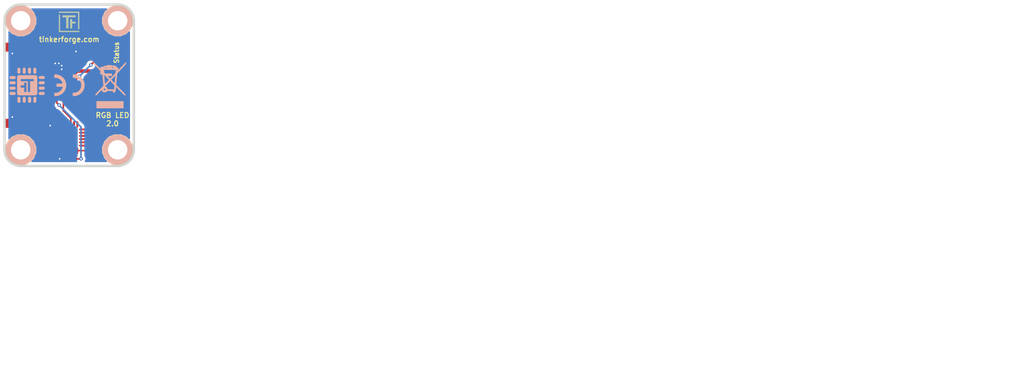
<source format=kicad_pcb>
(kicad_pcb (version 20211014) (generator pcbnew)
  (title_block (title "RGB LED Bricklet") (date "2018-06-27") (rev "2.0") (company "Tinkerforge GmbH") (comment 1 "Licensed under CERN OHL v.1.1") (comment 2 "Copyright (©) 2018, L.Lauer <lukas@tinkerforge.com>"))
  (layers (0 "F.Cu" signal "Vorderseite") (31 "B.Cu" signal "Rückseite") (34 "B.Paste" user) (35 "F.Paste" user) (36 "B.SilkS" user "B.Silkscreen") (37 "F.SilkS" user "F.Silkscreen") (38 "B.Mask" user) (39 "F.Mask" user) (44 "Edge.Cuts" user))
  (net 0 "")
  (net 1 "GND")
  (net 2 "VCC")
  (net 3 "Net-(P1-Pad6)")
  (net 4 "Net-(C1-Pad1)")
  (net 5 "Net-(D1-Pad2)")
  (net 6 "Net-(D2-Pad3)")
  (net 7 "Net-(D2-Pad1)")
  (net 8 "Net-(D2-Pad2)")
  (net 9 "Net-(P1-Pad1)")
  (net 10 "Net-(P1-Pad4)")
  (net 11 "Net-(P1-Pad5)")
  (net 12 "Net-(P2-Pad1)")
  (net 13 "Net-(P3-Pad2)")
  (net 14 "R")
  (net 15 "G")
  (net 16 "Net-(R3-Pad1)")
  (net 17 "B")
  (net 18 "S-MISO")
  (net 19 "S-MOSI")
  (net 20 "S-CLK")
  (net 21 "S-CS")
  (net 22 "Net-(U1-Pad3)")
  (net 23 "Net-(U1-Pad4)")
  (net 24 "Net-(U1-Pad5)")
  (net 25 "Net-(U1-Pad6)")
  (net 26 "Net-(U1-Pad11)")
  (net 27 "Net-(U1-Pad16)")
  (net 28 "Net-(U1-Pad18)")
  (net 29 "Net-(U1-Pad19)")
  (net 30 "Net-(U1-Pad20)")
  (net 31 "Net-(U1-Pad8)")
  (net 32 "Net-(U1-Pad17)")
  (net 33 "Net-(U1-Pad15)")
  (footprint "kicad-libraries:DRILL_NP" (layer "F.Cu") (at 142.8 128.1 90)
    (fp_text reference "U3" hide)
    (fp_text value "DRILL" hide)
    (pad "" np_thru_hole circle locked (at 0 0 90) (size 2.99974 2.99974) (drill 2.99974) (layers *.Cu *.Mask "F.SilkS") (clearance 0.89916))
  )
  (footprint "kicad-libraries:DRILL_NP" (layer "F.Cu") (at 127.8 128.1 90)
    (fp_text reference "U4" hide)
    (fp_text value "DRILL" hide)
    (pad "" np_thru_hole circle locked (at 0 0 90) (size 2.99974 2.99974) (drill 2.99974) (layers *.Cu *.Mask "F.SilkS") (clearance 0.89916))
  )
  (footprint "kicad-libraries:DRILL_NP" (layer "F.Cu") (at 142.8 108.1)
    (fp_text reference "U5" hide)
    (fp_text value "DRILL" hide)
    (pad "" np_thru_hole circle locked (at 0 0) (size 2.99974 2.99974) (drill 2.99974) (layers *.Cu *.Mask "F.SilkS") (clearance 0.89916))
  )
  (footprint "kicad-libraries:Logo_31x31" (layer "F.Cu") (at 133.7 106.7)
    (fp_text reference "G***" hide)
    (fp_text value "Logo_31x31" hide)
  )
  (footprint "kicad-libraries:Fiducial_Mark" (layer "F.Cu") (at 131.3 127.1)
    (fp_text reference "Fiducial_Mark" hide)
    (fp_text value "VAL**" hide)
    (pad "1" smd circle locked (at 0 0) (size 1.00076 1.00076) (layers "F.Cu" "F.Paste" "F.Mask") (clearance 0.65024))
  )
  (footprint "kicad-libraries:Fiducial_Mark" (layer "F.Cu") (at 131.8 108.1)
    (fp_text reference "Fiducial_Mark" hide)
    (fp_text value "VAL**" hide)
    (pad "1" smd circle locked (at 0 0) (size 1.00076 1.00076) (layers "F.Cu" "F.Paste" "F.Mask") (clearance 0.65024))
  )
  (footprint "kicad-libraries:Fiducial_Mark" (layer "F.Cu") (at 138.8 107.1)
    (fp_text reference "Fiducial_Mark" hide)
    (fp_text value "VAL**" hide)
    (pad "1" smd circle locked (at 0 0) (size 1.00076 1.00076) (layers "F.Cu" "F.Paste" "F.Mask") (clearance 0.65024))
  )
  (footprint "kicad-libraries:C0402F" (layer "F.Cu") (at 131.6 123.6 -45)
    (fp_text reference "C1")
    (fp_text value "220pF")
    (pad "1" smd rect locked (at -0.499999 0 315) (size 0.6 0.7) (layers "F.Cu" "F.Paste" "F.Mask") (net 4 "Net-(C1-Pad1)"))
    (pad "2" smd rect locked (at 0.499999 0 315) (size 0.6 0.7) (layers "F.Cu" "F.Paste" "F.Mask") (net 1 "GND"))
  )
  (footprint "kicad-libraries:C0805" (layer "F.Cu") (at 131.9 116.2 90)
    (fp_text reference "C3")
    (fp_text value "10uF")
    (pad "1" smd rect locked (at -1.00076 0 90) (size 1.00076 1.24968) (layers "F.Cu" "F.Paste" "F.Mask") (net 2 "VCC") (clearance 0.14986))
    (pad "2" smd rect locked (at 1.00076 0 90) (size 1.00076 1.24968) (layers "F.Cu" "F.Paste" "F.Mask") (net 1 "GND") (clearance 0.14986))
  )
  (footprint "kicad-libraries:C0603F" (layer "F.Cu") (at 133.4 116.2 90)
    (fp_text reference "C4")
    (fp_text value "1uF")
    (pad "1" smd rect locked (at -0.75 0 90) (size 0.9 0.9) (layers "F.Cu" "F.Paste" "F.Mask") (net 2 "VCC"))
    (pad "2" smd rect locked (at 0.75 0 90) (size 0.9 0.9) (layers "F.Cu" "F.Paste" "F.Mask") (net 1 "GND"))
  )
  (footprint "kicad-libraries:C0603F" (layer "F.Cu") (at 135.3 129.5 180)
    (fp_text reference "C5")
    (fp_text value "100nF")
    (pad "1" smd rect locked (at -0.75 0 180) (size 0.9 0.9) (layers "F.Cu" "F.Paste" "F.Mask") (net 2 "VCC"))
    (pad "2" smd rect locked (at 0.75 0 180) (size 0.9 0.9) (layers "F.Cu" "F.Paste" "F.Mask") (net 1 "GND"))
  )
  (footprint "kicad-libraries:D0603F" (layer "F.Cu") (at 143.73 113.05 90)
    (fp_text reference "D1")
    (fp_text value "blue")
    (pad "1" smd rect locked (at -0.75 0 90) (size 0.9 0.9) (layers "F.Cu" "F.Paste" "F.Mask") (net 2 "VCC"))
    (pad "2" smd rect locked (at 0.75 0 90) (size 0.9 0.9) (layers "F.Cu" "F.Paste" "F.Mask") (net 5 "Net-(D1-Pad2)"))
  )
  (footprint "kicad-libraries:PLCC6-RGB" (layer "F.Cu") (at 141.9 118.1 -90)
    (fp_text reference "D2")
    (fp_text value "QBLP679E-RGB")
    (pad "1" smd rect locked (at 2.2 1.8 270) (size 2 1.4) (layers "F.Cu" "F.Paste" "F.Mask") (net 7 "Net-(D2-Pad1)"))
    (pad "2" smd rect locked (at 2.2 0 270) (size 2 1) (layers "F.Cu" "F.Paste" "F.Mask") (net 8 "Net-(D2-Pad2)"))
    (pad "3" smd rect locked (at 2.2 -1.8 270) (size 2 1.4) (layers "F.Cu" "F.Paste" "F.Mask") (net 6 "Net-(D2-Pad3)"))
    (pad "4" smd rect locked (at -2.2 -1.8 270) (size 2 1.4) (layers "F.Cu" "F.Paste" "F.Mask") (net 2 "VCC"))
    (pad "5" smd rect locked (at -2.2 0 270) (size 2 1) (layers "F.Cu" "F.Paste" "F.Mask") (net 2 "VCC"))
    (pad "6" smd rect locked (at -2.2 1.8 270) (size 2 1.4) (layers "F.Cu" "F.Paste" "F.Mask") (net 2 "VCC"))
  )
  (footprint "kicad-libraries:CON-SENSOR2" (layer "F.Cu") (at 125.3 118.1 -90)
    (fp_text reference "P1")
    (fp_text value "CON-SENSOR2")
    (pad "1" smd rect locked (at -3.75 -4.6 270) (size 0.6 1.8) (layers "F.Cu" "F.Paste" "F.Mask") (net 9 "Net-(P1-Pad1)"))
    (pad "2" smd rect locked (at -2.5 -4.6 270) (size 0.6 1.8) (layers "F.Cu" "F.Paste" "F.Mask") (net 1 "GND"))
    (pad "3" smd rect locked (at -1.25 -4.6 270) (size 0.6 1.8) (layers "F.Cu" "F.Paste" "F.Mask") (net 2 "VCC"))
    (pad "4" smd rect locked (at 0 -4.6 270) (size 0.6 1.8) (layers "F.Cu" "F.Paste" "F.Mask") (net 10 "Net-(P1-Pad4)"))
    (pad "5" smd rect locked (at 1.25 -4.6 270) (size 0.6 1.8) (layers "F.Cu" "F.Paste" "F.Mask") (net 11 "Net-(P1-Pad5)"))
    (pad "6" smd rect locked (at 2.5 -4.6 270) (size 0.6 1.8) (layers "F.Cu" "F.Paste" "F.Mask") (net 3 "Net-(P1-Pad6)"))
    (pad "7" smd rect locked (at 3.75 -4.6 270) (size 0.6 1.8) (layers "F.Cu" "F.Paste" "F.Mask") (net 4 "Net-(C1-Pad1)"))
    (pad "EP" smd rect locked (at 5.9 -1.2 270) (size 1.4 2.4) (layers "F.Cu" "F.Paste" "F.Mask") (net 1 "GND"))
    (pad "EP" smd rect locked (at -5.9 -1.2 270) (size 1.4 2.4) (layers "F.Cu" "F.Paste" "F.Mask") (net 1 "GND"))
  )
  (footprint "kicad-libraries:DEBUG_PAD" (layer "F.Cu") (at 131.67 128.79)
    (fp_text reference "P2")
    (fp_text value "DEBUG")
    (pad "1" smd circle locked (at 0 0) (size 0.7 0.7) (layers "F.Cu" "F.Paste" "F.Mask") (net 12 "Net-(P2-Pad1)"))
  )
  (footprint "kicad-libraries:SolderJumper" (layer "F.Cu") (at 135.33 112.87 180)
    (fp_text reference "P3")
    (fp_text value "BOOT")
    (pad "1" smd rect locked (at -0.225 0.55 180) (size 0.95 0.3) (layers "F.Cu" "F.Mask") (net 1 "GND"))
    (pad "1" smd rect locked (at -0.5 0 180) (size 0.4 1.4) (layers "F.Cu" "F.Mask") (net 1 "GND"))
    (pad "1" smd rect locked (at -0.225 -0.55 180) (size 0.95 0.3) (layers "F.Cu" "F.Mask") (net 1 "GND"))
    (pad "2" smd rect locked (at 0.15 0 180) (size 0.6 0.5) (layers "F.Cu" "F.Mask") (net 13 "Net-(P3-Pad2)"))
    (pad "2" smd rect locked (at 0.55 0 180) (size 0.3 1.4) (layers "F.Cu" "F.Mask") (net 13 "Net-(P3-Pad2)"))
  )
  (footprint "kicad-libraries:R0603F" (layer "F.Cu") (at 135.5 120.6 90)
    (fp_text reference "R1")
    (fp_text value "91")
    (pad "1" smd rect locked (at -0.75 0 90) (size 0.9 0.9) (layers "F.Cu" "F.Paste" "F.Mask") (net 14 "R"))
    (pad "2" smd rect locked (at 0.75 0 90) (size 0.9 0.9) (layers "F.Cu" "F.Paste" "F.Mask") (net 6 "Net-(D2-Pad3)"))
  )
  (footprint "kicad-libraries:R0603F" (layer "F.Cu") (at 136.9 120.6 90)
    (fp_text reference "R2")
    (fp_text value "68")
    (pad "1" smd rect locked (at -0.75 0 90) (size 0.9 0.9) (layers "F.Cu" "F.Paste" "F.Mask") (net 15 "G"))
    (pad "2" smd rect locked (at 0.75 0 90) (size 0.9 0.9) (layers "F.Cu" "F.Paste" "F.Mask") (net 8 "Net-(D2-Pad2)"))
  )
  (footprint "kicad-libraries:R0603F" (layer "F.Cu") (at 140.08 112.29)
    (fp_text reference "R3")
    (fp_text value "1k")
    (pad "1" smd rect locked (at -0.75 0) (size 0.9 0.9) (layers "F.Cu" "F.Paste" "F.Mask") (net 16 "Net-(R3-Pad1)"))
    (pad "2" smd rect locked (at 0.75 0) (size 0.9 0.9) (layers "F.Cu" "F.Paste" "F.Mask") (net 5 "Net-(D1-Pad2)"))
  )
  (footprint "kicad-libraries:R0603F" (layer "F.Cu") (at 138.3 120.6 90)
    (fp_text reference "R4")
    (fp_text value "22")
    (pad "1" smd rect locked (at -0.75 0 90) (size 0.9 0.9) (layers "F.Cu" "F.Paste" "F.Mask") (net 17 "B"))
    (pad "2" smd rect locked (at 0.75 0 90) (size 0.9 0.9) (layers "F.Cu" "F.Paste" "F.Mask") (net 7 "Net-(D2-Pad1)"))
  )
  (footprint "kicad-libraries:4X0402" (layer "F.Cu") (at 132.8 122.4 -135)
    (fp_text reference "RP1")
    (fp_text value "82")
    (pad "1" smd rect locked (at -0.749301 0.575 45) (size 0.29972 0.65) (layers "F.Cu" "F.Paste" "F.Mask") (net 10 "Net-(P1-Pad4)"))
    (pad "2" smd rect locked (at -0.24892 0.574999 45) (size 0.29972 0.65) (layers "F.Cu" "F.Paste" "F.Mask") (net 11 "Net-(P1-Pad5)"))
    (pad "3" smd rect locked (at 0.24892 0.574999 45) (size 0.29972 0.65) (layers "F.Cu" "F.Paste" "F.Mask") (net 3 "Net-(P1-Pad6)"))
    (pad "4" smd rect locked (at 0.749301 0.575 45) (size 0.29972 0.65) (layers "F.Cu" "F.Paste" "F.Mask") (net 4 "Net-(C1-Pad1)"))
    (pad "5" smd rect locked (at 0.749301 -0.575 225) (size 0.29972 0.65) (layers "F.Cu" "F.Paste" "F.Mask") (net 18 "S-MISO"))
    (pad "6" smd rect locked (at 0.24892 -0.574999 225) (size 0.29972 0.65) (layers "F.Cu" "F.Paste" "F.Mask") (net 19 "S-MOSI"))
    (pad "7" smd rect locked (at -0.24892 -0.574999 225) (size 0.29972 0.65) (layers "F.Cu" "F.Paste" "F.Mask") (net 20 "S-CLK"))
    (pad "8" smd rect locked (at -0.749301 -0.575 225) (size 0.29972 0.65) (layers "F.Cu" "F.Paste" "F.Mask") (net 21 "S-CS"))
  )
  (footprint "kicad-libraries:QFN24-4x4mm-0.5mm" (layer "F.Cu") (at 135.3 126.2)
    (fp_text reference "U1")
    (fp_text value "XMC1100")
    (pad "1" smd oval locked (at -2.025 -1.25) (size 1 0.3) (layers "F.Cu" "F.Paste" "F.Mask") (net 18 "S-MISO"))
    (pad "2" smd oval locked (at -2.025 -0.75) (size 1 0.3) (layers "F.Cu" "F.Paste" "F.Mask") (net 13 "Net-(P3-Pad2)"))
    (pad "3" smd oval locked (at -2.025 -0.25) (size 1 0.3) (layers "F.Cu" "F.Paste" "F.Mask") (net 22 "Net-(U1-Pad3)"))
    (pad "4" smd oval locked (at -2.025 0.25) (size 1 0.3) (layers "F.Cu" "F.Paste" "F.Mask") (net 23 "Net-(U1-Pad4)"))
    (pad "5" smd oval locked (at -2.025 0.75) (size 1 0.3) (layers "F.Cu" "F.Paste" "F.Mask") (net 24 "Net-(U1-Pad5)"))
    (pad "6" smd oval locked (at -2.025 1.25) (size 1 0.3) (layers "F.Cu" "F.Paste" "F.Mask") (net 25 "Net-(U1-Pad6)"))
    (pad "7" smd oval locked (at -1.25 2.025 90) (size 1 0.3) (layers "F.Cu" "F.Paste" "F.Mask") (net 12 "Net-(P2-Pad1)"))
    (pad "8" smd oval locked (at -0.75 2.025 90) (size 1 0.3) (layers "F.Cu" "F.Paste" "F.Mask") (net 31 "Net-(U1-Pad8)"))
    (pad "9" smd oval locked (at -0.25 2.025 90) (size 1 0.3) (layers "F.Cu" "F.Paste" "F.Mask") (net 1 "GND"))
    (pad "10" smd oval locked (at 0.25 2.025 90) (size 1 0.3) (layers "F.Cu" "F.Paste" "F.Mask") (net 2 "VCC"))
    (pad "11" smd oval locked (at 0.75 2.025 90) (size 1 0.3) (layers "F.Cu" "F.Paste" "F.Mask") (net 26 "Net-(U1-Pad11)"))
    (pad "12" smd oval locked (at 1.25 2.025 90) (size 1 0.3) (layers "F.Cu" "F.Paste" "F.Mask") (net 17 "B"))
    (pad "13" smd oval locked (at 2.025 1.25) (size 1 0.3) (layers "F.Cu" "F.Paste" "F.Mask") (net 15 "G"))
    (pad "14" smd oval locked (at 2.025 0.75) (size 1 0.3) (layers "F.Cu" "F.Paste" "F.Mask") (net 14 "R"))
    (pad "15" smd oval locked (at 2.025 0.25) (size 1 0.3) (layers "F.Cu" "F.Paste" "F.Mask") (net 33 "Net-(U1-Pad15)"))
    (pad "16" smd oval locked (at 2.025 -0.25) (size 1 0.3) (layers "F.Cu" "F.Paste" "F.Mask") (net 27 "Net-(U1-Pad16)"))
    (pad "17" smd oval locked (at 2.025 -0.75) (size 1 0.3) (layers "F.Cu" "F.Paste" "F.Mask") (net 32 "Net-(U1-Pad17)"))
    (pad "18" smd oval locked (at 2.025 -1.25) (size 1 0.3) (layers "F.Cu" "F.Paste" "F.Mask") (net 28 "Net-(U1-Pad18)"))
    (pad "19" smd oval locked (at 1.25 -2.025 90) (size 1 0.3) (layers "F.Cu" "F.Paste" "F.Mask") (net 29 "Net-(U1-Pad19)"))
    (pad "20" smd oval locked (at 0.75 -2.025 90) (size 1 0.3) (layers "F.Cu" "F.Paste" "F.Mask") (net 30 "Net-(U1-Pad20)"))
    (pad "21" smd oval locked (at 0.25 -2.025 90) (size 1 0.3) (layers "F.Cu" "F.Paste" "F.Mask") (net 16 "Net-(R3-Pad1)"))
    (pad "22" smd oval locked (at -0.25 -2.025 90) (size 1 0.3) (layers "F.Cu" "F.Paste" "F.Mask") (net 21 "S-CS"))
    (pad "23" smd oval locked (at -0.75 -2.025 90) (size 1 0.3) (layers "F.Cu" "F.Paste" "F.Mask") (net 20 "S-CLK"))
    (pad "24" smd oval locked (at -1.25 -2.025 90) (size 1 0.3) (layers "F.Cu" "F.Paste" "F.Mask") (net 19 "S-MOSI"))
    (pad "EXP" smd rect locked (at -0.65 -0.65) (size 1.3 1.3) (layers "F.Cu" "F.Paste" "F.Mask") (net 1 "GND"))
    (pad "EXP" smd rect locked (at -0.65 0.65) (size 1.3 1.3) (layers "F.Cu" "F.Paste" "F.Mask") (net 1 "GND"))
    (pad "EXP" smd rect locked (at 0.65 -0.65) (size 1.3 1.3) (layers "F.Cu" "F.Paste" "F.Mask") (net 1 "GND"))
    (pad "EXP" smd rect locked (at 0.65 0.65) (size 1.3 1.3) (layers "F.Cu" "F.Paste" "F.Mask") (net 1 "GND"))
  )
  (footprint "kicad-libraries:DRILL_NP" (layer "F.Cu") (at 127.8 108.1)
    (fp_text reference "U6" hide)
    (fp_text value "DRILL" hide)
    (pad "" np_thru_hole circle locked (at 0 0) (size 2.99974 2.99974) (drill 2.99974) (layers *.Cu *.Mask "F.SilkS") (clearance 0.89916))
  )
  (footprint "kicad-libraries:Logo_CoMCU" (layer "B.Cu") (at 128.8 118.1 180)
    (fp_text reference "G***" hide)
    (fp_text value "LOGO" hide)
  )
  (footprint "kicad-libraries:WEEE_7mm" (layer "B.Cu") (at 141.6 118.1 180)
    (fp_text reference "VAL" hide)
    (fp_text value "WEEE_7mm" hide)
  )
  (footprint "kicad-libraries:CE_5mm" (layer "B.Cu") (at 135.3 118.1 180)
    (fp_text reference "VAL" hide)
    (fp_text value "CE_5mm" hide)
  )
  (gr_arc (start 127.8 130.6) (mid 126.032233 129.867767) (end 125.3 128.1) (layer "Edge.Cuts") (width 0.381))
  (gr_arc (start 142.8 105.6) (mid 144.567767 106.332233) (end 145.3 108.1) (layer "Edge.Cuts") (width 0.381))
  (gr_line (start 142.8 105.6) (end 127.8 105.6) (layer "Edge.Cuts") (width 0.381))
  (gr_line (start 127.8 130.6) (end 142.8 130.6) (layer "Edge.Cuts") (width 0.381))
  (gr_arc (start 145.3 128.1) (mid 144.567767 129.867767) (end 142.8 130.6) (layer "Edge.Cuts") (width 0.381))
  (gr_line (start 125.3 108.1) (end 125.3 128.1) (layer "Edge.Cuts") (width 0.381))
  (gr_line (start 145.3 128.1) (end 145.3 108.1) (layer "Edge.Cuts") (width 0.381))
  (gr_arc (start 125.3 108.1) (mid 126.032233 106.332233) (end 127.8 105.6) (layer "Edge.Cuts") (width 0.381))
  (gr_text "RGB LED\n2.0" (at 142 123.4) (layer "F.SilkS") (effects (font (size 0.8001 0.8001) (thickness 0.14986))))
  (gr_text "tinkerforge.com" (at 135.3 111) (layer "F.SilkS") (effects (font (size 0.8001 0.8001) (thickness 0.14986))))
  (gr_text "Status" (at 142.63 113.05 90) (layer "F.SilkS") (effects (font (size 0.7 0.7))))
  (segment (start 130.9 115.6) (end 131.30076 115.19924) (width 0.5) (layer "F.Cu") (net 1))
  (segment (start 131.30076 115.19924) (end 131.9 115.19924) (width 0.5) (layer "F.Cu") (net 1))
  (segment (start 132.51924 115.19924) (end 132.77 115.45) (width 0.55) (layer "F.Cu") (net 1))
  (segment (start 132.77 115.45) (end 133.4 115.45) (width 0.55) (layer "F.Cu") (net 1))
  (segment (start 133.4 114.98) (end 133.14 114.72) (width 0.55) (layer "F.Cu") (net 1))
  (segment (start 133.4 115.01) (end 133.7 114.71) (width 0.55) (layer "F.Cu") (net 1))
  (segment (start 133.76 115.45) (end 134.14 115.07) (width 0.55) (layer "F.Cu") (net 1))
  (segment (start 133.96 115.45) (end 134.14 115.63) (width 0.55) (layer "F.Cu") (net 1))
  (segment (start 133.78 114.71) (end 134.14 115.07) (width 0.55) (layer "F.Cu") (net 1))
  (segment (start 133.15 114.71) (end 133.14 114.72) (width 0.55) (layer "F.Cu") (net 1))
  (segment (start 133.58 115.63) (end 133.4 115.45) (width 0.55) (layer "F.Cu") (net 1))
  (segment (start 134.65 126.85) (end 135.95 126.85) (width 0.55) (layer "F.Cu") (net 1))
  (segment (start 135.95 126.85) (end 135.95 125.55) (width 0.55) (layer "F.Cu") (net 1))
  (segment (start 135.95 125.55) (end 134.65 125.55) (width 0.55) (layer "F.Cu") (net 1))
  (segment (start 135.05 129) (end 134.55 129.5) (width 0.25) (layer "F.Cu") (net 1))
  (segment (start 135.05 127.25) (end 134.65 126.85) (width 0.25) (layer "F.Cu") (net 1))
  (segment (start 135.71 112.32) (end 135.83 112.44) (width 0.25) (layer "F.Cu") (net 1))
  (segment (start 135.83 112.44) (end 135.83 112.87) (width 0.25) (layer "F.Cu") (net 1))
  (segment (start 135.83 113.32) (end 135.73 113.42) (width 0.25) (layer "F.Cu") (net 1))
  (segment (start 135.73 113.42) (end 135.39 113.42) (width 0.25) (layer "F.Cu") (net 1))
  (segment (start 135.39 113.42) (end 135.555 113.42) (width 0.25) (layer "F.Cu") (net 1))
  (segment (start 133.4 114.98) (end 133.4 115.45) (width 0.55) (layer "F.Cu") (net 1))
  (segment (start 135.05 128.225) (end 135.05 129) (width 0.25) (layer "F.Cu") (net 1))
  (segment (start 135.555 112.32) (end 135.71 112.32) (width 0.25) (layer "F.Cu") (net 1))
  (segment (start 134.14 115.63) (end 134.14 115.07) (width 0.55) (layer "F.Cu") (net 1))
  (segment (start 134.65 125.55) (end 134.65 126.85) (width 0.55) (layer "F.Cu") (net 1))
  (segment (start 135.05 128.225) (end 135.05 127.25) (width 0.25) (layer "F.Cu") (net 1))
  (segment (start 135.83 112.87) (end 135.83 113.32) (width 0.25) (layer "F.Cu") (net 1))
  (segment (start 126.5 124) (end 126.5 123.02) (width 0.55) (layer "F.Cu") (net 1))
  (segment (start 129.9 115.6) (end 130.9 115.6) (width 0.5) (layer "F.Cu") (net 1))
  (segment (start 126.5 112.2) (end 126.5 113.18) (width 0.55) (layer "F.Cu") (net 1))
  (segment (start 133.7 114.71) (end 133.78 114.71) (width 0.55) (layer "F.Cu") (net 1))
  (segment (start 133.96 115.45) (end 133.4 115.45) (width 0.55) (layer "F.Cu") (net 1))
  (segment (start 134.55 129.5) (end 133.82 129.5) (width 0.55) (layer "F.Cu") (net 1))
  (segment (start 134.14 115.63) (end 133.58 115.63) (width 0.55) (layer "F.Cu") (net 1))
  (segment (start 131.953553 123.953553) (end 132.36 124.36) (width 0.55) (layer "F.Cu") (net 1))
  (segment (start 133.4 115.45) (end 133.4 115.01) (width 0.55) (layer "F.Cu") (net 1))
  (segment (start 135.83 112.87) (end 136.34 112.87) (width 0.25) (layer "F.Cu") (net 1))
  (segment (start 133.7 114.71) (end 133.15 114.71) (width 0.55) (layer "F.Cu") (net 1))
  (segment (start 131.9 115.19924) (end 132.51924 115.19924) (width 0.55) (layer "F.Cu") (net 1))
  (via (at 126.5 113.18) (size 0.55) (drill 0.25) (layers "F.Cu" "B.Cu") (net 1))
  (via (at 133.14 114.72) (size 0.55) (drill 0.25) (layers "F.Cu" "B.Cu") (net 1))
  (via (at 126.5 123.02) (size 0.55) (drill 0.25) (layers "F.Cu" "B.Cu") (net 1))
  (via (at 134.14 115.63) (size 0.55) (drill 0.25) (layers "F.Cu" "B.Cu") (net 1))
  (via (at 133.82 129.5) (size 0.55) (drill 0.25) (layers "F.Cu" "B.Cu") (net 1))
  (via (at 136.34 112.87) (size 0.55) (drill 0.25) (layers "F.Cu" "B.Cu") (net 1))
  (via (at 134.14 115.07) (size 0.55) (drill 0.25) (layers "F.Cu" "B.Cu") (net 1))
  (via (at 132.36 124.36) (size 0.55) (drill 0.25) (layers "F.Cu" "B.Cu") (net 1))
  (via (at 133.7 114.71) (size 0.55) (drill 0.25) (layers "F.Cu" "B.Cu") (net 1))
  (segment (start 130.89 116.85) (end 131.24076 117.20076) (width 0.55) (layer "F.Cu") (net 2))
  (segment (start 131.24076 117.20076) (end 131.9 117.20076) (width 0.55) (layer "F.Cu") (net 2))
  (segment (start 132.55924 117.20076) (end 132.81 116.95) (width 0.55) (layer "F.Cu") (net 2))
  (segment (start 132.81 116.95) (end 133.4 116.95) (width 0.55) (layer "F.Cu") (net 2))
  (segment (start 135.49 116.95) (end 136.54 115.9) (width 0.55) (layer "F.Cu") (net 2))
  (segment (start 136.54 115.9) (end 141.9 115.9) (width 0.55) (layer "F.Cu") (net 2))
  (segment (start 141.9 115.9) (end 143.7 115.9) (width 0.55) (layer "F.Cu") (net 2))
  (segment (start 135.55 129) (end 136.05 129.5) (width 0.25) (layer "F.Cu") (net 2))
  (segment (start 143.7 113.83) (end 143.73 113.8) (width 0.25) (layer "F.Cu") (net 2))
  (segment (start 133.4 120.84) (end 133.74 121.18) (width 0.25) (layer "F.Cu") (net 2))
  (segment (start 137.13 129.49) (end 137.12 129.5) (width 0.25) (layer "F.Cu") (net 2))
  (segment (start 137.12 129.5) (end 136.05 129.5) (width 0.25) (layer "F.Cu") (net 2))
  (segment (start 133.4 116.95) (end 133.4 120.84) (width 0.25) (layer "F.Cu") (net 2))
  (segment (start 143.7 115.9) (end 143.7 113.83) (width 0.25) (layer "F.Cu") (net 2))
  (segment (start 133.4 116.95) (end 135.49 116.95) (width 0.55) (layer "F.Cu") (net 2))
  (segment (start 129.9 116.85) (end 130.89 116.85) (width 0.55) (layer "F.Cu") (net 2))
  (segment (start 131.9 117.20076) (end 132.55924 117.20076) (width 0.55) (layer "F.Cu") (net 2))
  (segment (start 135.55 128.225) (end 135.55 129) (width 0.25) (layer "F.Cu") (net 2))
  (segment (start 141.9 115.9) (end 140.1 115.9) (width 0.55) (layer "F.Cu") (net 2))
  (via (at 133.74 121.18) (size 0.55) (drill 0.25) (layers "F.Cu" "B.Cu") (net 2))
  (via (at 137.13 129.49) (size 0.55) (drill 0.25) (layers "F.Cu" "B.Cu") (net 2))
  (segment (start 133.74 121.18) (end 137.13 124.57) (width 0.25) (layer "B.Cu") (net 2))
  (segment (start 137.13 124.57) (end 137.13 129.49) (width 0.25) (layer "B.Cu") (net 2))
  (segment (start 130.8 120.6) (end 131.1 120.9) (width 0.2) (layer "F.Cu") (net 3))
  (segment (start 131.1 120.9) (end 131.1 121.052026) (width 0.2) (layer "F.Cu") (net 3))
  (segment (start 131.1 121.052026) (end 132.217401 122.169427) (width 0.2) (layer "F.Cu") (net 3))
  (segment (start 129.9 120.6) (end 130.647974 120.6) (width 0.2) (layer "F.Cu") (net 3))
  (segment (start 129.9 120.6) (end 130.8 120.6) (width 0.2) (layer "F.Cu") (net 3))
  (segment (start 129.9 121.9) (end 131.246447 123.246447) (width 0.2) (layer "F.Cu") (net 4))
  (segment (start 131.246447 123.14038) (end 131.863578 122.523249) (width 0.2) (layer "F.Cu") (net 4))
  (segment (start 131.246447 123.246447) (end 131.246447 123.14038) (width 0.2) (layer "F.Cu") (net 4))
  (segment (start 129.9 121.85) (end 129.9 121.9) (width 0.2) (layer "F.Cu") (net 4))
  (segment (start 140.84 112.3) (end 140.83 112.29) (width 0.25) (layer "F.Cu") (net 5))
  (segment (start 143.73 112.3) (end 140.84 112.3) (width 0.25) (layer "F.Cu") (net 5))
  (segment (start 135.5 118.9) (end 136.8 117.6) (width 0.29972) (layer "F.Cu") (net 6))
  (segment (start 136.8 117.6) (end 142.8 117.6) (width 0.29972) (layer "F.Cu") (net 6))
  (segment (start 142.8 117.6) (end 143.7 118.5) (width 0.29972) (layer "F.Cu") (net 6))
  (segment (start 143.7 118.5) (end 143.7 120.3) (width 0.29972) (layer "F.Cu") (net 6))
  (segment (start 135.5 119.85) (end 135.5 118.9) (width 0.29972) (layer "F.Cu") (net 6))
  (segment (start 138.3 119.1) (end 138.8 118.6) (width 0.29972) (layer "F.Cu") (net 7))
  (segment (start 138.8 118.6) (end 139.8 118.6) (width 0.29972) (layer "F.Cu") (net 7))
  (segment (start 139.8 118.6) (end 140.1 118.9) (width 0.29972) (layer "F.Cu") (net 7))
  (segment (start 140.1 118.9) (end 140.1 120.3) (width 0.29972) (layer "F.Cu") (net 7))
  (segment (start 138.3 119.85) (end 138.3 119.1) (width 0.29972) (layer "F.Cu") (net 7))
  (segment (start 136.9 119.1) (end 137.9 118.1) (width 0.29972) (layer "F.Cu") (net 8))
  (segment (start 137.9 118.1) (end 141.2 118.1) (width 0.29972) (layer "F.Cu") (net 8))
  (segment (start 141.2 118.1) (end 141.9 118.8) (width 0.29972) (layer "F.Cu") (net 8))
  (segment (start 141.9 118.8) (end 141.9 120.3) (width 0.29972) (layer "F.Cu") (net 8))
  (segment (start 136.9 119.85) (end 136.9 119.1) (width 0.29972) (layer "F.Cu") (net 8))
  (segment (start 131.2 118.1) (end 131.9 118.8) (width 0.2) (layer "F.Cu") (net 10))
  (segment (start 131.9 118.8) (end 131.9 120.440329) (width 0.2) (layer "F.Cu") (net 10))
  (segment (start 131.9 120.440329) (end 132.923249 121.463578) (width 0.2) (layer "F.Cu") (net 10))
  (segment (start 129.9 118.1) (end 131.2 118.1) (width 0.2) (layer "F.Cu") (net 10))
  (segment (start 130.75 119.35) (end 131.4 120) (width 0.2) (layer "F.Cu") (net 11))
  (segment (start 131.4 120) (end 131.4 120.647974) (width 0.2) (layer "F.Cu") (net 11))
  (segment (start 131.4 120.647974) (end 132.569427 121.817401) (width 0.2) (layer "F.Cu") (net 11))
  (segment (start 129.9 119.35) (end 130.75 119.35) (width 0.2) (layer "F.Cu") (net 11))
  (segment (start 133.405 128.225) (end 132.84 128.79) (width 0.25) (layer "F.Cu") (net 12))
  (segment (start 132.84 128.79) (end 131.67 128.79) (width 0.25) (layer "F.Cu") (net 12))
  (segment (start 134.05 128.225) (end 133.405 128.225) (width 0.25) (layer "F.Cu") (net 12))
  (segment (start 131.66 125.45) (end 128.13 121.92) (width 0.25) (layer "F.Cu") (net 13))
  (segment (start 128.13 121.92) (end 128.13 114.39) (width 0.25) (layer "F.Cu") (net 13))
  (segment (start 128.13 114.39) (end 129.65 112.87) (width 0.25) (layer "F.Cu") (net 13))
  (segment (start 129.65 112.87) (end 134.78 112.87) (width 0.25) (layer "F.Cu") (net 13))
  (segment (start 133.275 125.45) (end 131.66 125.45) (width 0.25) (layer "F.Cu") (net 13))
  (segment (start 134.78 112.87) (end 135.18 112.87) (width 0.25) (layer "F.Cu") (net 13))
  (segment (start 135.5 121.7) (end 136.3 122.5) (width 0.25) (layer "F.Cu") (net 14))
  (segment (start 136.3 122.5) (end 136.7 122.5) (width 0.25) (layer "F.Cu") (net 14))
  (segment (start 136.7 122.5) (end 138.5 124.3) (width 0.25) (layer "F.Cu") (net 14))
  (segment (start 138.5 124.3) (end 138.5 126.6) (width 0.25) (layer "F.Cu") (net 14))
  (segment (start 138.5 126.6) (end 138.15 126.95) (width 0.25) (layer "F.Cu") (net 14))
  (segment (start 138.15 126.95) (end 137.325 126.95) (width 0.25) (layer "F.Cu") (net 14))
  (segment (start 135.5 121.35) (end 135.5 121.7) (width 0.25) (layer "F.Cu") (net 14))
  (segment (start 136.9 121.9) (end 138.9 123.9) (width 0.25) (layer "F.Cu") (net 15))
  (segment (start 138.9 123.9) (end 138.9 127) (width 0.25) (layer "F.Cu") (net 15))
  (segment (start 138.9 127) (end 138.45 127.45) (width 0.25) (layer "F.Cu") (net 15))
  (segment (start 138.45 127.45) (end 137.325 127.45) (width 0.25) (layer "F.Cu") (net 15))
  (segment (start 136.9 121.35) (end 136.9 121.9) (width 0.25) (layer "F.Cu") (net 15))
  (segment (start 135.55 123.2) (end 134.39 122.04) (width 0.25) (layer "F.Cu") (net 16))
  (segment (start 134.39 122.04) (end 134.39 119.2) (width 0.25) (layer "F.Cu") (net 16))
  (segment (start 134.39 119.2) (end 136.89 116.7) (width 0.25) (layer "F.Cu") (net 16))
  (segment (start 138.64 114.96) (end 139.33 114.27) (width 0.25) (layer "F.Cu") (net 16))
  (segment (start 139.33 114.27) (end 139.33 112.29) (width 0.25) (layer "F.Cu") (net 16))
  (segment (start 135.55 124.175) (end 135.55 123.2) (width 0.25) (layer "F.Cu") (net 16))
  (via (at 138.64 114.96) (size 0.55) (drill 0.25) (layers "F.Cu" "B.Cu") (net 16))
  (via (at 136.89 116.7) (size 0.55) (drill 0.25) (layers "F.Cu" "B.Cu") (net 16))
  (segment (start 136.89 116.7) (end 138.63 114.96) (width 0.25) (layer "B.Cu") (net 16))
  (segment (start 138.63 114.96) (end 138.64 114.96) (width 0.25) (layer "B.Cu") (net 16))
  (segment (start 138.3 122.6) (end 139.3 123.6) (width 0.25) (layer "F.Cu") (net 17))
  (segment (start 139.3 123.6) (end 139.3 127.7) (width 0.25) (layer "F.Cu") (net 17))
  (segment (start 139.3 127.7) (end 138.775 128.225) (width 0.25) (layer "F.Cu") (net 17))
  (segment (start 138.775 128.225) (end 136.55 128.225) (width 0.25) (layer "F.Cu") (net 17))
  (segment (start 138.3 121.35) (end 138.3 122.6) (width 0.25) (layer "F.Cu") (net 17))
  (segment (start 133.275 123.934671) (end 132.676751 123.336422) (width 0.2) (layer "F.Cu") (net 18))
  (segment (start 133.275 124.95) (end 133.275 123.934671) (width 0.2) (layer "F.Cu") (net 18))
  (segment (start 134.05 123.85) (end 133.8 123.6) (width 0.2) (layer "F.Cu") (net 19))
  (segment (start 133.8 123.6) (end 133.647974 123.6) (width 0.2) (layer "F.Cu") (net 19))
  (segment (start 133.647974 123.6) (end 133.030573 122.982599) (width 0.2) (layer "F.Cu") (net 19))
  (segment (start 134.05 124.175) (end 134.05 123.85) (width 0.2) (layer "F.Cu") (net 19))
  (segment (start 134.55 123.55) (end 134.2 123.2) (width 0.2) (layer "F.Cu") (net 20))
  (segment (start 134.2 123.2) (end 133.952026 123.2) (width 0.2) (layer "F.Cu") (net 20))
  (segment (start 133.952026 123.2) (end 133.382599 122.630573) (width 0.2) (layer "F.Cu") (net 20))
  (segment (start 134.55 124.175) (end 134.55 123.55) (width 0.2) (layer "F.Cu") (net 20))
  (segment (start 133.776751 122.276751) (end 135.05 123.55) (width 0.2) (layer "F.Cu") (net 21))
  (segment (start 135.05 123.55) (end 135.05 124.175) (width 0.2) (layer "F.Cu") (net 21))
  (segment (start 133.736422 122.276751) (end 133.776751 122.276751) (width 0.2) (layer "F.Cu") (net 21))
  (zone (net 1) (net_name "GND") (layer "B.Cu") (connect_pads (clearance 0.4)) (min_thickness 0.2) (fill yes (thermal_gap 0.21) (thermal_bridge_width 0.21))
    (polygon (pts (xy 125.3 105.6) (xy 145.3 105.6) (xy 145.3 130.6) (xy 125.3 130.6)))
  )
)
</source>
